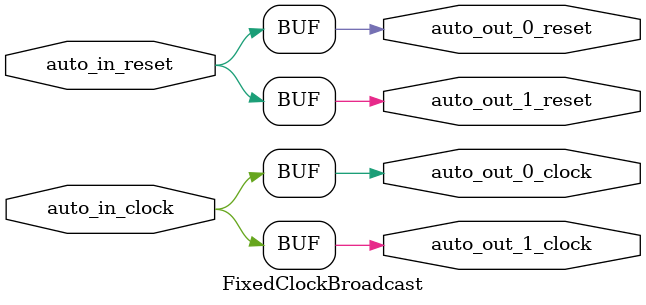
<source format=v>
module FixedClockBroadcast(
  input   auto_in_clock,
  input   auto_in_reset,
  output  auto_out_1_clock,
  output  auto_out_1_reset,
  output  auto_out_0_clock,
  output  auto_out_0_reset
);
  assign auto_out_1_clock = auto_in_clock; // @[Nodes.scala 1216:84 LazyModule.scala 312:16]
  assign auto_out_1_reset = auto_in_reset; // @[Nodes.scala 1216:84 LazyModule.scala 312:16]
  assign auto_out_0_clock = auto_in_clock; // @[Nodes.scala 1216:84 LazyModule.scala 312:16]
  assign auto_out_0_reset = auto_in_reset; // @[Nodes.scala 1216:84 LazyModule.scala 312:16]
endmodule

</source>
